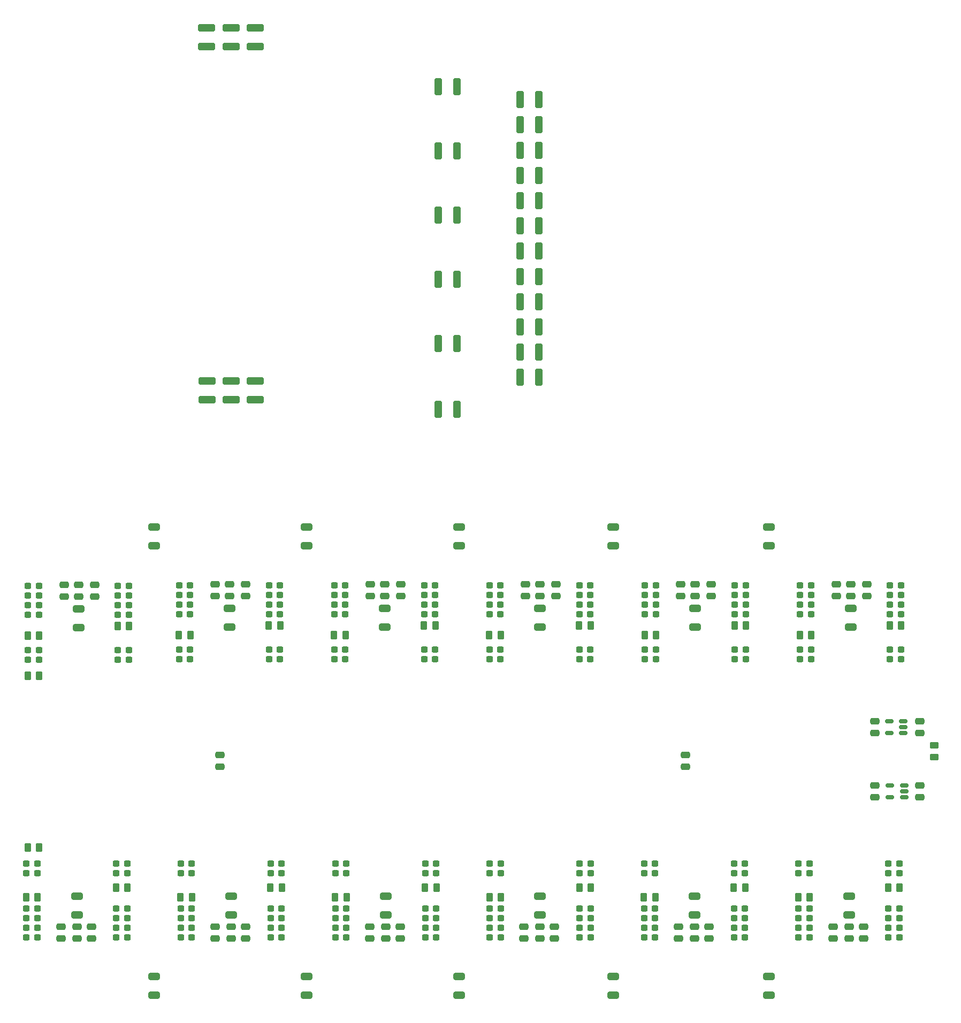
<source format=gbp>
G04 #@! TF.GenerationSoftware,KiCad,Pcbnew,8.0.6*
G04 #@! TF.CreationDate,2024-11-29T22:56:48+01:00*
G04 #@! TF.ProjectId,NerdEKO-Gamma-NoATX,4e657264-454b-44f2-9d47-616d6d612d4e,rev?*
G04 #@! TF.SameCoordinates,Original*
G04 #@! TF.FileFunction,Paste,Bot*
G04 #@! TF.FilePolarity,Positive*
%FSLAX46Y46*%
G04 Gerber Fmt 4.6, Leading zero omitted, Abs format (unit mm)*
G04 Created by KiCad (PCBNEW 8.0.6) date 2024-11-29 22:56:48*
%MOMM*%
%LPD*%
G01*
G04 APERTURE LIST*
G04 Aperture macros list*
%AMRoundRect*
0 Rectangle with rounded corners*
0 $1 Rounding radius*
0 $2 $3 $4 $5 $6 $7 $8 $9 X,Y pos of 4 corners*
0 Add a 4 corners polygon primitive as box body*
4,1,4,$2,$3,$4,$5,$6,$7,$8,$9,$2,$3,0*
0 Add four circle primitives for the rounded corners*
1,1,$1+$1,$2,$3*
1,1,$1+$1,$4,$5*
1,1,$1+$1,$6,$7*
1,1,$1+$1,$8,$9*
0 Add four rect primitives between the rounded corners*
20,1,$1+$1,$2,$3,$4,$5,0*
20,1,$1+$1,$4,$5,$6,$7,0*
20,1,$1+$1,$6,$7,$8,$9,0*
20,1,$1+$1,$8,$9,$2,$3,0*%
G04 Aperture macros list end*
%ADD10RoundRect,0.250000X-0.650000X0.325000X-0.650000X-0.325000X0.650000X-0.325000X0.650000X0.325000X0*%
%ADD11RoundRect,0.250000X-0.262500X-0.450000X0.262500X-0.450000X0.262500X0.450000X-0.262500X0.450000X0*%
%ADD12RoundRect,0.250000X0.325000X1.100000X-0.325000X1.100000X-0.325000X-1.100000X0.325000X-1.100000X0*%
%ADD13RoundRect,0.237500X-0.300000X-0.237500X0.300000X-0.237500X0.300000X0.237500X-0.300000X0.237500X0*%
%ADD14RoundRect,0.250000X0.262500X0.450000X-0.262500X0.450000X-0.262500X-0.450000X0.262500X-0.450000X0*%
%ADD15RoundRect,0.237500X0.300000X0.237500X-0.300000X0.237500X-0.300000X-0.237500X0.300000X-0.237500X0*%
%ADD16RoundRect,0.250000X0.475000X-0.250000X0.475000X0.250000X-0.475000X0.250000X-0.475000X-0.250000X0*%
%ADD17RoundRect,0.250000X-0.325000X-1.100000X0.325000X-1.100000X0.325000X1.100000X-0.325000X1.100000X0*%
%ADD18RoundRect,0.250000X-0.475000X0.250000X-0.475000X-0.250000X0.475000X-0.250000X0.475000X0.250000X0*%
%ADD19RoundRect,0.250000X-1.100000X0.325000X-1.100000X-0.325000X1.100000X-0.325000X1.100000X0.325000X0*%
%ADD20RoundRect,0.250000X0.650000X-0.325000X0.650000X0.325000X-0.650000X0.325000X-0.650000X-0.325000X0*%
%ADD21RoundRect,0.250000X1.100000X-0.325000X1.100000X0.325000X-1.100000X0.325000X-1.100000X-0.325000X0*%
%ADD22RoundRect,0.250000X-0.450000X0.262500X-0.450000X-0.262500X0.450000X-0.262500X0.450000X0.262500X0*%
%ADD23RoundRect,0.150000X0.512500X0.150000X-0.512500X0.150000X-0.512500X-0.150000X0.512500X-0.150000X0*%
G04 APERTURE END LIST*
D10*
X160020000Y-191565000D03*
X160020000Y-194515000D03*
D11*
X154484700Y-177546001D03*
X156309700Y-177546001D03*
D12*
X110695000Y-91440000D03*
X107745000Y-91440000D03*
D13*
X42825500Y-131318000D03*
X44550500Y-131318000D03*
X179223500Y-141390667D03*
X180948500Y-141390667D03*
D14*
X156430365Y-136056667D03*
X154605365Y-136056667D03*
D10*
X172974000Y-133311667D03*
X172974000Y-136261667D03*
D15*
X156380365Y-129706667D03*
X154655365Y-129706667D03*
D13*
X81230302Y-173736000D03*
X82955302Y-173736000D03*
D16*
X96983599Y-131418667D03*
X96983599Y-129518667D03*
D17*
X120699000Y-68810908D03*
X123649000Y-68810908D03*
D15*
X93166102Y-183895998D03*
X91441102Y-183895998D03*
X82955301Y-183895999D03*
X81230301Y-183895999D03*
X156380365Y-132754667D03*
X154655365Y-132754667D03*
D13*
X91441102Y-175259999D03*
X93166102Y-175259999D03*
D10*
X74701466Y-133311667D03*
X74701466Y-136261667D03*
D15*
X107244099Y-134278667D03*
X105519099Y-134278667D03*
D13*
X80950966Y-131230667D03*
X82675966Y-131230667D03*
D18*
X175005999Y-183708000D03*
X175005999Y-185608000D03*
X123850400Y-183708000D03*
X123850400Y-185608000D03*
D13*
X154534699Y-185420000D03*
X156259699Y-185420000D03*
D11*
X130049900Y-177546001D03*
X131874900Y-177546001D03*
D13*
X164999500Y-139866667D03*
X166724500Y-139866667D03*
D14*
X142206365Y-137580667D03*
X140381365Y-137580667D03*
D18*
X101701601Y-183707999D03*
X101701601Y-185607999D03*
D13*
X42571502Y-182371998D03*
X44296502Y-182371998D03*
D11*
X164695500Y-179069999D03*
X166520500Y-179069999D03*
D18*
X50546002Y-183707999D03*
X50546002Y-185607999D03*
D19*
X78740000Y-97331000D03*
X78740000Y-100281000D03*
D15*
X131824900Y-175260001D03*
X130099900Y-175260001D03*
D16*
X53340000Y-131506000D03*
X53340000Y-129606000D03*
X72415466Y-131418667D03*
X72415466Y-129518667D03*
D13*
X66726966Y-139866667D03*
X68451966Y-139866667D03*
X115875900Y-180847999D03*
X117600900Y-180847999D03*
X81230302Y-182371999D03*
X82955302Y-182371999D03*
D15*
X142156365Y-141390667D03*
X140431365Y-141390667D03*
D14*
X180998500Y-136056667D03*
X179173500Y-136056667D03*
D15*
X82955302Y-175260000D03*
X81230302Y-175260000D03*
D17*
X120699000Y-52832000D03*
X123649000Y-52832000D03*
D18*
X148285200Y-183708000D03*
X148285200Y-185608000D03*
D16*
X123837732Y-131418667D03*
X123837732Y-129518667D03*
X99269599Y-131418667D03*
X99269599Y-129518667D03*
D14*
X44600500Y-137668000D03*
X42775500Y-137668000D03*
D13*
X56795502Y-173736000D03*
X58520502Y-173736000D03*
X130087232Y-141390667D03*
X131812232Y-141390667D03*
X164745500Y-185419999D03*
X166470500Y-185419999D03*
D15*
X68451966Y-129706667D03*
X66726966Y-129706667D03*
D20*
X135382000Y-123395000D03*
X135382000Y-120445000D03*
D10*
X86868000Y-191565000D03*
X86868000Y-194515000D03*
D15*
X131812232Y-134278667D03*
X130087232Y-134278667D03*
D14*
X93070099Y-137580667D03*
X91245099Y-137580667D03*
D16*
X121551732Y-131418667D03*
X121551732Y-129518667D03*
D13*
X164745500Y-180847999D03*
X166470500Y-180847999D03*
D15*
X166724500Y-134278667D03*
X164999500Y-134278667D03*
D17*
X120699000Y-56826727D03*
X123649000Y-56826727D03*
D13*
X140310700Y-185419999D03*
X142035700Y-185419999D03*
X57049500Y-141478000D03*
X58774500Y-141478000D03*
D15*
X180948500Y-134278667D03*
X179223500Y-134278667D03*
D14*
X82725966Y-136056667D03*
X80900966Y-136056667D03*
D15*
X180694500Y-175260001D03*
X178969500Y-175260001D03*
D11*
X56745502Y-177546000D03*
X58570502Y-177546000D03*
D10*
X135382000Y-191565000D03*
X135382000Y-194515000D03*
D13*
X67006302Y-182371998D03*
X68731302Y-182371998D03*
D15*
X58520501Y-183895999D03*
X56795501Y-183895999D03*
D18*
X150571199Y-183708000D03*
X150571199Y-185608000D03*
D13*
X130099899Y-185420000D03*
X131824899Y-185420000D03*
D15*
X117600900Y-183895999D03*
X115875900Y-183895999D03*
D13*
X115863232Y-131230667D03*
X117588232Y-131230667D03*
D20*
X123850400Y-181815000D03*
X123850400Y-178865000D03*
D13*
X91441102Y-185419998D03*
X93166102Y-185419998D03*
X81230302Y-180847999D03*
X82955302Y-180847999D03*
X105665102Y-182371999D03*
X107390102Y-182371999D03*
D16*
X101809599Y-131418667D03*
X101809599Y-129518667D03*
D15*
X44550500Y-134366000D03*
X42825500Y-134366000D03*
D20*
X99415602Y-181814999D03*
X99415602Y-178864999D03*
D13*
X42571502Y-175259999D03*
X44296502Y-175259999D03*
D15*
X44296503Y-173735999D03*
X42571503Y-173735999D03*
D13*
X154534700Y-173736001D03*
X156259700Y-173736001D03*
D16*
X172974000Y-131418667D03*
X172974000Y-129518667D03*
D13*
X105519099Y-141390667D03*
X107244099Y-141390667D03*
X154534700Y-180848000D03*
X156259700Y-180848000D03*
D20*
X160020000Y-123395000D03*
X160020000Y-120445000D03*
D18*
X183896000Y-151196000D03*
X183896000Y-153096000D03*
D13*
X67006302Y-175259999D03*
X68731302Y-175259999D03*
D15*
X117588232Y-141390667D03*
X115863232Y-141390667D03*
D13*
X154655365Y-131230667D03*
X156380365Y-131230667D03*
D15*
X58774500Y-139954000D03*
X57049500Y-139954000D03*
D19*
X71120000Y-97331000D03*
X71120000Y-100281000D03*
D13*
X56795501Y-185419999D03*
X58520501Y-185419999D03*
D15*
X180948500Y-129706667D03*
X179223500Y-129706667D03*
X93166103Y-173735999D03*
X91441103Y-173735999D03*
D11*
X66956302Y-179069998D03*
X68781302Y-179069998D03*
D15*
X117600901Y-173736000D03*
X115875901Y-173736000D03*
X68731303Y-173735999D03*
X67006303Y-173735999D03*
D18*
X183896000Y-161356000D03*
X183896000Y-163256000D03*
D11*
X81180302Y-177546000D03*
X83005302Y-177546000D03*
D20*
X148285200Y-181815000D03*
X148285200Y-178865000D03*
D13*
X66726966Y-131230667D03*
X68451966Y-131230667D03*
D15*
X82675966Y-139866667D03*
X80950966Y-139866667D03*
D13*
X178969500Y-182372000D03*
X180694500Y-182372000D03*
D18*
X73152000Y-156530000D03*
X73152000Y-158430000D03*
D10*
X123837732Y-133311667D03*
X123837732Y-136261667D03*
D21*
X78740000Y-44401000D03*
X78740000Y-41451000D03*
D14*
X44600500Y-144018000D03*
X42775500Y-144018000D03*
D13*
X140310700Y-182371999D03*
X142035700Y-182371999D03*
D15*
X58774500Y-134366000D03*
X57049500Y-134366000D03*
D18*
X99415602Y-183707999D03*
X99415602Y-185607999D03*
D13*
X81230301Y-185419999D03*
X82955301Y-185419999D03*
D15*
X156259700Y-175260001D03*
X154534700Y-175260001D03*
D16*
X126377732Y-131418667D03*
X126377732Y-129518667D03*
D14*
X131862232Y-136056667D03*
X130037232Y-136056667D03*
D15*
X58520502Y-175260000D03*
X56795502Y-175260000D03*
D10*
X62738000Y-191565000D03*
X62738000Y-194515000D03*
D15*
X180948500Y-132754667D03*
X179223500Y-132754667D03*
D13*
X140310700Y-180847999D03*
X142035700Y-180847999D03*
D16*
X146119865Y-131418667D03*
X146119865Y-129518667D03*
D15*
X180948500Y-139866667D03*
X179223500Y-139866667D03*
D13*
X178969500Y-180848000D03*
X180694500Y-180848000D03*
D15*
X58774500Y-129794000D03*
X57049500Y-129794000D03*
X68731302Y-183895998D03*
X67006302Y-183895998D03*
X82675966Y-132754667D03*
X80950966Y-132754667D03*
X142156365Y-129706667D03*
X140431365Y-129706667D03*
X68451966Y-132754667D03*
X66726966Y-132754667D03*
D22*
X186182000Y-155043500D03*
X186182000Y-156868500D03*
D13*
X115875900Y-175260000D03*
X117600900Y-175260000D03*
D14*
X68501966Y-137580667D03*
X66676966Y-137580667D03*
D18*
X146812000Y-156530000D03*
X146812000Y-158430000D03*
D20*
X74980802Y-181814999D03*
X74980802Y-178864999D03*
D11*
X115825900Y-179069999D03*
X117650900Y-179069999D03*
D15*
X156380365Y-134278667D03*
X154655365Y-134278667D03*
D13*
X115875900Y-182371999D03*
X117600900Y-182371999D03*
D18*
X77266801Y-183707999D03*
X77266801Y-185607999D03*
X172720000Y-183708000D03*
X172720000Y-185608000D03*
D14*
X58824500Y-136144000D03*
X56999500Y-136144000D03*
D13*
X105519099Y-131230667D03*
X107244099Y-131230667D03*
D15*
X82675966Y-134278667D03*
X80950966Y-134278667D03*
D16*
X170688000Y-131418667D03*
X170688000Y-129518667D03*
D13*
X130099900Y-180848000D03*
X131824900Y-180848000D03*
D15*
X131824899Y-183896000D03*
X130099899Y-183896000D03*
D18*
X145745200Y-183708000D03*
X145745200Y-185608000D03*
D14*
X107294099Y-136056667D03*
X105469099Y-136056667D03*
D13*
X140310700Y-175260000D03*
X142035700Y-175260000D03*
D17*
X120699000Y-96774000D03*
X123649000Y-96774000D03*
D13*
X130099900Y-173736001D03*
X131824900Y-173736001D03*
D15*
X142156365Y-134278667D03*
X140431365Y-134278667D03*
X82675966Y-129706667D03*
X80950966Y-129706667D03*
D17*
X120699000Y-84789816D03*
X123649000Y-84789816D03*
D13*
X42825500Y-139954000D03*
X44550500Y-139954000D03*
D17*
X120699000Y-80795089D03*
X123649000Y-80795089D03*
D18*
X170180000Y-183708000D03*
X170180000Y-185608000D03*
D13*
X105665102Y-180847999D03*
X107390102Y-180847999D03*
X164999500Y-131230667D03*
X166724500Y-131230667D03*
D17*
X120699000Y-60821454D03*
X123649000Y-60821454D03*
D15*
X68451966Y-134278667D03*
X66726966Y-134278667D03*
D12*
X110695000Y-71120000D03*
X107745000Y-71120000D03*
D13*
X130099900Y-182372000D03*
X131824900Y-182372000D03*
X80950966Y-141390667D03*
X82675966Y-141390667D03*
D18*
X96875602Y-183707999D03*
X96875602Y-185607999D03*
D20*
X172720000Y-181815000D03*
X172720000Y-178865000D03*
D15*
X44550500Y-132842000D03*
X42825500Y-132842000D03*
D10*
X110998000Y-191565000D03*
X110998000Y-194515000D03*
D18*
X121310400Y-183708000D03*
X121310400Y-185608000D03*
D13*
X154534700Y-182372000D03*
X156259700Y-182372000D03*
D15*
X142035701Y-173736000D03*
X140310701Y-173736000D03*
D20*
X50546002Y-181814999D03*
X50546002Y-178864999D03*
D15*
X58774500Y-132842000D03*
X57049500Y-132842000D03*
D13*
X130087232Y-131230667D03*
X131812232Y-131230667D03*
D15*
X131812232Y-129706667D03*
X130087232Y-129706667D03*
X142156365Y-132754667D03*
X140431365Y-132754667D03*
X156380365Y-139866667D03*
X154655365Y-139866667D03*
D13*
X154655365Y-141390667D03*
X156380365Y-141390667D03*
X91441102Y-180847998D03*
X93166102Y-180847998D03*
D17*
X120699000Y-92779270D03*
X123649000Y-92779270D03*
D13*
X164745500Y-182371999D03*
X166470500Y-182371999D03*
D11*
X91391102Y-179069998D03*
X93216102Y-179069998D03*
D15*
X68451966Y-141390667D03*
X66726966Y-141390667D03*
D16*
X150945865Y-131418667D03*
X150945865Y-129518667D03*
D15*
X93020099Y-129706667D03*
X91295099Y-129706667D03*
X166724500Y-141390667D03*
X164999500Y-141390667D03*
X131812232Y-132754667D03*
X130087232Y-132754667D03*
D13*
X115875900Y-185419999D03*
X117600900Y-185419999D03*
D23*
X181477500Y-161356000D03*
X181477500Y-162306000D03*
X181477500Y-163256000D03*
X179202500Y-163256000D03*
X179202500Y-161356000D03*
D13*
X140431365Y-139866667D03*
X142156365Y-139866667D03*
D23*
X181345000Y-151196000D03*
X181345000Y-152146000D03*
X181345000Y-153096000D03*
X179070000Y-153096000D03*
X179070000Y-151196000D03*
D13*
X56795502Y-182371999D03*
X58520502Y-182371999D03*
X42571502Y-185419998D03*
X44296502Y-185419998D03*
D12*
X110695000Y-60960000D03*
X107745000Y-60960000D03*
D17*
X120699000Y-72805635D03*
X123649000Y-72805635D03*
D15*
X93020099Y-134278667D03*
X91295099Y-134278667D03*
X131812232Y-139866667D03*
X130087232Y-139866667D03*
D13*
X115863232Y-139866667D03*
X117588232Y-139866667D03*
D12*
X110695000Y-101854000D03*
X107745000Y-101854000D03*
D13*
X105665102Y-173736000D03*
X107390102Y-173736000D03*
D16*
X74701466Y-131418667D03*
X74701466Y-129518667D03*
D15*
X107390102Y-175260000D03*
X105665102Y-175260000D03*
D14*
X166774500Y-137580667D03*
X164949500Y-137580667D03*
D18*
X126136399Y-183708000D03*
X126136399Y-185608000D03*
D17*
X120699000Y-76800362D03*
X123649000Y-76800362D03*
D13*
X164745500Y-175260000D03*
X166470500Y-175260000D03*
X178969499Y-185420000D03*
X180694499Y-185420000D03*
D18*
X74980802Y-183707999D03*
X74980802Y-185607999D03*
X52832001Y-183707999D03*
X52832001Y-185607999D03*
D17*
X120699000Y-64816181D03*
X123649000Y-64816181D03*
D12*
X110695000Y-81280000D03*
X107745000Y-81280000D03*
D15*
X44550500Y-129794000D03*
X42825500Y-129794000D03*
D10*
X50800000Y-133399000D03*
X50800000Y-136349000D03*
D13*
X57049500Y-131318000D03*
X58774500Y-131318000D03*
D15*
X166724500Y-129706667D03*
X164999500Y-129706667D03*
D16*
X50800000Y-131506000D03*
X50800000Y-129606000D03*
D20*
X110998000Y-123395000D03*
X110998000Y-120445000D03*
D21*
X71107000Y-44401000D03*
X71107000Y-41451000D03*
D14*
X117638232Y-137580667D03*
X115813232Y-137580667D03*
D18*
X72440802Y-183707999D03*
X72440802Y-185607999D03*
D15*
X117588232Y-132754667D03*
X115863232Y-132754667D03*
D11*
X105615102Y-177546000D03*
X107440102Y-177546000D03*
X42775500Y-171196000D03*
X44600500Y-171196000D03*
D13*
X91295099Y-131230667D03*
X93020099Y-131230667D03*
X140431365Y-131230667D03*
X142156365Y-131230667D03*
D15*
X156259699Y-183896000D03*
X154534699Y-183896000D03*
D10*
X148405865Y-133311667D03*
X148405865Y-136261667D03*
X99269599Y-133311667D03*
X99269599Y-136261667D03*
D15*
X166470501Y-173736000D03*
X164745501Y-173736000D03*
X44550500Y-141478000D03*
X42825500Y-141478000D03*
D11*
X140260700Y-179069999D03*
X142085700Y-179069999D03*
D16*
X77241466Y-131418667D03*
X77241466Y-129518667D03*
D13*
X67006302Y-180847998D03*
X68731302Y-180847998D03*
D15*
X93020099Y-132754667D03*
X91295099Y-132754667D03*
D13*
X178969500Y-173736001D03*
X180694500Y-173736001D03*
X67006302Y-185419998D03*
X68731302Y-185419998D03*
D15*
X107244099Y-132754667D03*
X105519099Y-132754667D03*
X93020099Y-141390667D03*
X91295099Y-141390667D03*
X107244099Y-129706667D03*
X105519099Y-129706667D03*
X166470500Y-183895999D03*
X164745500Y-183895999D03*
X166724500Y-132754667D03*
X164999500Y-132754667D03*
D20*
X62738000Y-123395000D03*
X62738000Y-120445000D03*
D11*
X178919500Y-177546001D03*
X180744500Y-177546001D03*
D20*
X86868000Y-123395000D03*
X86868000Y-120445000D03*
D15*
X107244099Y-139866667D03*
X105519099Y-139866667D03*
D13*
X56795502Y-180847999D03*
X58520502Y-180847999D03*
D15*
X180694499Y-183896000D03*
X178969499Y-183896000D03*
D16*
X48514000Y-131506000D03*
X48514000Y-129606000D03*
D15*
X117588232Y-129706667D03*
X115863232Y-129706667D03*
D13*
X42571502Y-180847998D03*
X44296502Y-180847998D03*
D12*
X110695000Y-50800000D03*
X107745000Y-50800000D03*
D16*
X175514000Y-131418667D03*
X175514000Y-129518667D03*
D13*
X179223500Y-131230667D03*
X180948500Y-131230667D03*
D19*
X74930000Y-97331000D03*
X74930000Y-100281000D03*
D15*
X117588232Y-134278667D03*
X115863232Y-134278667D03*
D13*
X91295099Y-139866667D03*
X93020099Y-139866667D03*
D15*
X107390101Y-183895999D03*
X105665101Y-183895999D03*
D17*
X120699000Y-88784543D03*
X123649000Y-88784543D03*
D13*
X91441102Y-182371998D03*
X93166102Y-182371998D03*
D15*
X142035700Y-183895999D03*
X140310700Y-183895999D03*
D18*
X176784000Y-151196000D03*
X176784000Y-153096000D03*
D16*
X148405865Y-131418667D03*
X148405865Y-129518667D03*
D13*
X105665101Y-185419999D03*
X107390101Y-185419999D03*
D18*
X48006002Y-183707999D03*
X48006002Y-185607999D03*
X176784000Y-161356000D03*
X176784000Y-163256000D03*
D21*
X74930000Y-44401000D03*
X74930000Y-41451000D03*
D15*
X44296502Y-183895998D03*
X42571502Y-183895998D03*
D11*
X42521502Y-179069998D03*
X44346502Y-179069998D03*
M02*

</source>
